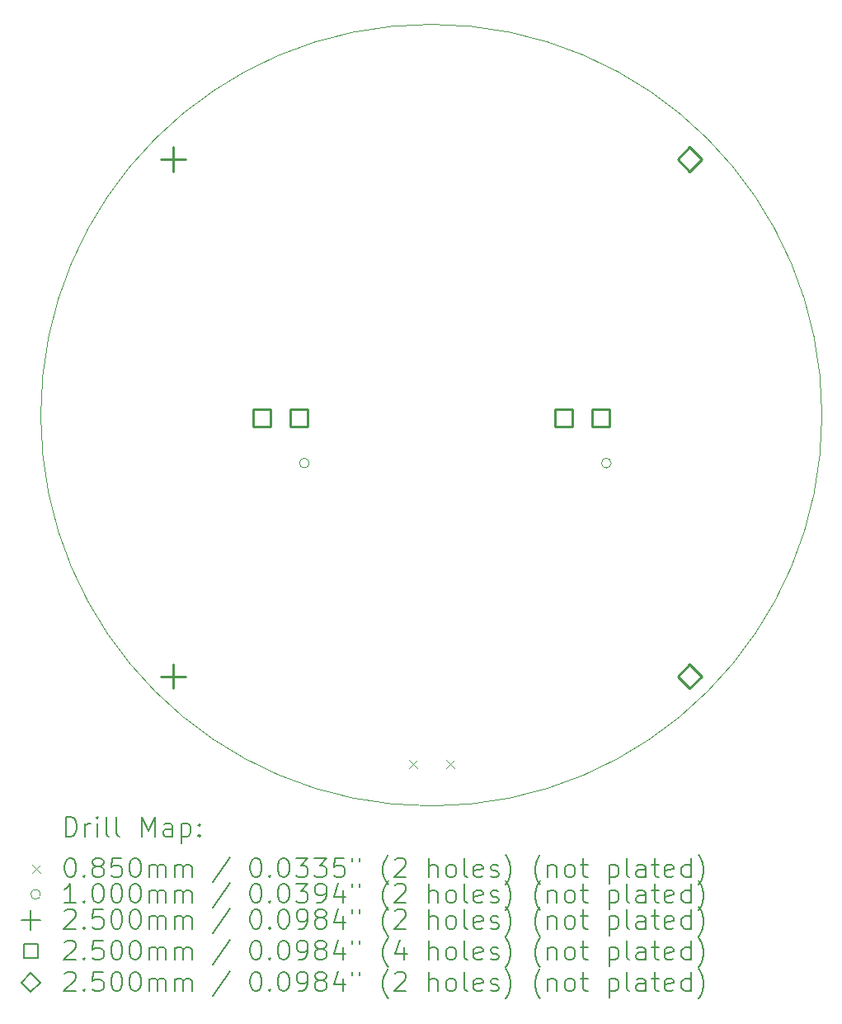
<source format=gbr>
%FSLAX45Y45*%
G04 Gerber Fmt 4.5, Leading zero omitted, Abs format (unit mm)*
G04 Created by KiCad (PCBNEW (6.0.4-0)) date 2022-11-18 23:15:29*
%MOMM*%
%LPD*%
G01*
G04 APERTURE LIST*
%TA.AperFunction,Profile*%
%ADD10C,0.050000*%
%TD*%
%ADD11C,0.200000*%
%ADD12C,0.085000*%
%ADD13C,0.100000*%
%ADD14C,0.249999*%
%ADD15C,0.250000*%
G04 APERTURE END LIST*
D10*
X18858840Y-10473080D02*
G75*
G03*
X18858840Y-10473080I-4010000J0D01*
G01*
D11*
D12*
X14617610Y-14012860D02*
X14702610Y-14097860D01*
X14702610Y-14012860D02*
X14617610Y-14097860D01*
X14997610Y-14012860D02*
X15082610Y-14097860D01*
X15082610Y-14012860D02*
X14997610Y-14097860D01*
D13*
X13595110Y-10965360D02*
G75*
G03*
X13595110Y-10965360I-50000J0D01*
G01*
X16695110Y-10965360D02*
G75*
G03*
X16695110Y-10965360I-50000J0D01*
G01*
D14*
X12198460Y-7723710D02*
X12198460Y-7973709D01*
X12073460Y-7848710D02*
X12323459Y-7848710D01*
X12198460Y-13027011D02*
X12198460Y-13277010D01*
X12073460Y-13152010D02*
X12323459Y-13152010D01*
D15*
X13198499Y-10588749D02*
X13198499Y-10411971D01*
X13021721Y-10411971D01*
X13021721Y-10588749D01*
X13198499Y-10588749D01*
X13578499Y-10588749D02*
X13578499Y-10411971D01*
X13401721Y-10411971D01*
X13401721Y-10588749D01*
X13578499Y-10588749D01*
X16298499Y-10588749D02*
X16298499Y-10411971D01*
X16121721Y-10411971D01*
X16121721Y-10588749D01*
X16298499Y-10588749D01*
X16678499Y-10588749D02*
X16678499Y-10411971D01*
X16501721Y-10411971D01*
X16501721Y-10588749D01*
X16678499Y-10588749D01*
X17501760Y-7973710D02*
X17626761Y-7848710D01*
X17501760Y-7723709D01*
X17376760Y-7848710D01*
X17501760Y-7973710D01*
X17501760Y-13277011D02*
X17626761Y-13152010D01*
X17501760Y-13027010D01*
X17376760Y-13152010D01*
X17501760Y-13277011D01*
D11*
X11093959Y-14796056D02*
X11093959Y-14596056D01*
X11141578Y-14596056D01*
X11170150Y-14605580D01*
X11189197Y-14624628D01*
X11198721Y-14643675D01*
X11208245Y-14681770D01*
X11208245Y-14710342D01*
X11198721Y-14748437D01*
X11189197Y-14767485D01*
X11170150Y-14786532D01*
X11141578Y-14796056D01*
X11093959Y-14796056D01*
X11293959Y-14796056D02*
X11293959Y-14662723D01*
X11293959Y-14700818D02*
X11303483Y-14681770D01*
X11313007Y-14672247D01*
X11332054Y-14662723D01*
X11351102Y-14662723D01*
X11417768Y-14796056D02*
X11417768Y-14662723D01*
X11417768Y-14596056D02*
X11408245Y-14605580D01*
X11417768Y-14615104D01*
X11427292Y-14605580D01*
X11417768Y-14596056D01*
X11417768Y-14615104D01*
X11541578Y-14796056D02*
X11522530Y-14786532D01*
X11513007Y-14767485D01*
X11513007Y-14596056D01*
X11646340Y-14796056D02*
X11627292Y-14786532D01*
X11617768Y-14767485D01*
X11617768Y-14596056D01*
X11874911Y-14796056D02*
X11874911Y-14596056D01*
X11941578Y-14738913D01*
X12008245Y-14596056D01*
X12008245Y-14796056D01*
X12189197Y-14796056D02*
X12189197Y-14691294D01*
X12179673Y-14672247D01*
X12160626Y-14662723D01*
X12122530Y-14662723D01*
X12103483Y-14672247D01*
X12189197Y-14786532D02*
X12170149Y-14796056D01*
X12122530Y-14796056D01*
X12103483Y-14786532D01*
X12093959Y-14767485D01*
X12093959Y-14748437D01*
X12103483Y-14729389D01*
X12122530Y-14719866D01*
X12170149Y-14719866D01*
X12189197Y-14710342D01*
X12284435Y-14662723D02*
X12284435Y-14862723D01*
X12284435Y-14672247D02*
X12303483Y-14662723D01*
X12341578Y-14662723D01*
X12360626Y-14672247D01*
X12370149Y-14681770D01*
X12379673Y-14700818D01*
X12379673Y-14757961D01*
X12370149Y-14777008D01*
X12360626Y-14786532D01*
X12341578Y-14796056D01*
X12303483Y-14796056D01*
X12284435Y-14786532D01*
X12465388Y-14777008D02*
X12474911Y-14786532D01*
X12465388Y-14796056D01*
X12455864Y-14786532D01*
X12465388Y-14777008D01*
X12465388Y-14796056D01*
X12465388Y-14672247D02*
X12474911Y-14681770D01*
X12465388Y-14691294D01*
X12455864Y-14681770D01*
X12465388Y-14672247D01*
X12465388Y-14691294D01*
D12*
X10751340Y-15083080D02*
X10836340Y-15168080D01*
X10836340Y-15083080D02*
X10751340Y-15168080D01*
D11*
X11132054Y-15016056D02*
X11151102Y-15016056D01*
X11170150Y-15025580D01*
X11179673Y-15035104D01*
X11189197Y-15054151D01*
X11198721Y-15092247D01*
X11198721Y-15139866D01*
X11189197Y-15177961D01*
X11179673Y-15197008D01*
X11170150Y-15206532D01*
X11151102Y-15216056D01*
X11132054Y-15216056D01*
X11113007Y-15206532D01*
X11103483Y-15197008D01*
X11093959Y-15177961D01*
X11084435Y-15139866D01*
X11084435Y-15092247D01*
X11093959Y-15054151D01*
X11103483Y-15035104D01*
X11113007Y-15025580D01*
X11132054Y-15016056D01*
X11284435Y-15197008D02*
X11293959Y-15206532D01*
X11284435Y-15216056D01*
X11274911Y-15206532D01*
X11284435Y-15197008D01*
X11284435Y-15216056D01*
X11408245Y-15101770D02*
X11389197Y-15092247D01*
X11379673Y-15082723D01*
X11370149Y-15063675D01*
X11370149Y-15054151D01*
X11379673Y-15035104D01*
X11389197Y-15025580D01*
X11408245Y-15016056D01*
X11446340Y-15016056D01*
X11465388Y-15025580D01*
X11474911Y-15035104D01*
X11484435Y-15054151D01*
X11484435Y-15063675D01*
X11474911Y-15082723D01*
X11465388Y-15092247D01*
X11446340Y-15101770D01*
X11408245Y-15101770D01*
X11389197Y-15111294D01*
X11379673Y-15120818D01*
X11370149Y-15139866D01*
X11370149Y-15177961D01*
X11379673Y-15197008D01*
X11389197Y-15206532D01*
X11408245Y-15216056D01*
X11446340Y-15216056D01*
X11465388Y-15206532D01*
X11474911Y-15197008D01*
X11484435Y-15177961D01*
X11484435Y-15139866D01*
X11474911Y-15120818D01*
X11465388Y-15111294D01*
X11446340Y-15101770D01*
X11665388Y-15016056D02*
X11570149Y-15016056D01*
X11560626Y-15111294D01*
X11570149Y-15101770D01*
X11589197Y-15092247D01*
X11636816Y-15092247D01*
X11655864Y-15101770D01*
X11665388Y-15111294D01*
X11674911Y-15130342D01*
X11674911Y-15177961D01*
X11665388Y-15197008D01*
X11655864Y-15206532D01*
X11636816Y-15216056D01*
X11589197Y-15216056D01*
X11570149Y-15206532D01*
X11560626Y-15197008D01*
X11798721Y-15016056D02*
X11817768Y-15016056D01*
X11836816Y-15025580D01*
X11846340Y-15035104D01*
X11855864Y-15054151D01*
X11865388Y-15092247D01*
X11865388Y-15139866D01*
X11855864Y-15177961D01*
X11846340Y-15197008D01*
X11836816Y-15206532D01*
X11817768Y-15216056D01*
X11798721Y-15216056D01*
X11779673Y-15206532D01*
X11770149Y-15197008D01*
X11760626Y-15177961D01*
X11751102Y-15139866D01*
X11751102Y-15092247D01*
X11760626Y-15054151D01*
X11770149Y-15035104D01*
X11779673Y-15025580D01*
X11798721Y-15016056D01*
X11951102Y-15216056D02*
X11951102Y-15082723D01*
X11951102Y-15101770D02*
X11960626Y-15092247D01*
X11979673Y-15082723D01*
X12008245Y-15082723D01*
X12027292Y-15092247D01*
X12036816Y-15111294D01*
X12036816Y-15216056D01*
X12036816Y-15111294D02*
X12046340Y-15092247D01*
X12065388Y-15082723D01*
X12093959Y-15082723D01*
X12113007Y-15092247D01*
X12122530Y-15111294D01*
X12122530Y-15216056D01*
X12217768Y-15216056D02*
X12217768Y-15082723D01*
X12217768Y-15101770D02*
X12227292Y-15092247D01*
X12246340Y-15082723D01*
X12274911Y-15082723D01*
X12293959Y-15092247D01*
X12303483Y-15111294D01*
X12303483Y-15216056D01*
X12303483Y-15111294D02*
X12313007Y-15092247D01*
X12332054Y-15082723D01*
X12360626Y-15082723D01*
X12379673Y-15092247D01*
X12389197Y-15111294D01*
X12389197Y-15216056D01*
X12779673Y-15006532D02*
X12608245Y-15263675D01*
X13036816Y-15016056D02*
X13055864Y-15016056D01*
X13074911Y-15025580D01*
X13084435Y-15035104D01*
X13093959Y-15054151D01*
X13103483Y-15092247D01*
X13103483Y-15139866D01*
X13093959Y-15177961D01*
X13084435Y-15197008D01*
X13074911Y-15206532D01*
X13055864Y-15216056D01*
X13036816Y-15216056D01*
X13017768Y-15206532D01*
X13008245Y-15197008D01*
X12998721Y-15177961D01*
X12989197Y-15139866D01*
X12989197Y-15092247D01*
X12998721Y-15054151D01*
X13008245Y-15035104D01*
X13017768Y-15025580D01*
X13036816Y-15016056D01*
X13189197Y-15197008D02*
X13198721Y-15206532D01*
X13189197Y-15216056D01*
X13179673Y-15206532D01*
X13189197Y-15197008D01*
X13189197Y-15216056D01*
X13322530Y-15016056D02*
X13341578Y-15016056D01*
X13360626Y-15025580D01*
X13370149Y-15035104D01*
X13379673Y-15054151D01*
X13389197Y-15092247D01*
X13389197Y-15139866D01*
X13379673Y-15177961D01*
X13370149Y-15197008D01*
X13360626Y-15206532D01*
X13341578Y-15216056D01*
X13322530Y-15216056D01*
X13303483Y-15206532D01*
X13293959Y-15197008D01*
X13284435Y-15177961D01*
X13274911Y-15139866D01*
X13274911Y-15092247D01*
X13284435Y-15054151D01*
X13293959Y-15035104D01*
X13303483Y-15025580D01*
X13322530Y-15016056D01*
X13455864Y-15016056D02*
X13579673Y-15016056D01*
X13513007Y-15092247D01*
X13541578Y-15092247D01*
X13560626Y-15101770D01*
X13570149Y-15111294D01*
X13579673Y-15130342D01*
X13579673Y-15177961D01*
X13570149Y-15197008D01*
X13560626Y-15206532D01*
X13541578Y-15216056D01*
X13484435Y-15216056D01*
X13465388Y-15206532D01*
X13455864Y-15197008D01*
X13646340Y-15016056D02*
X13770149Y-15016056D01*
X13703483Y-15092247D01*
X13732054Y-15092247D01*
X13751102Y-15101770D01*
X13760626Y-15111294D01*
X13770149Y-15130342D01*
X13770149Y-15177961D01*
X13760626Y-15197008D01*
X13751102Y-15206532D01*
X13732054Y-15216056D01*
X13674911Y-15216056D01*
X13655864Y-15206532D01*
X13646340Y-15197008D01*
X13951102Y-15016056D02*
X13855864Y-15016056D01*
X13846340Y-15111294D01*
X13855864Y-15101770D01*
X13874911Y-15092247D01*
X13922530Y-15092247D01*
X13941578Y-15101770D01*
X13951102Y-15111294D01*
X13960626Y-15130342D01*
X13960626Y-15177961D01*
X13951102Y-15197008D01*
X13941578Y-15206532D01*
X13922530Y-15216056D01*
X13874911Y-15216056D01*
X13855864Y-15206532D01*
X13846340Y-15197008D01*
X14036816Y-15016056D02*
X14036816Y-15054151D01*
X14113007Y-15016056D02*
X14113007Y-15054151D01*
X14408245Y-15292247D02*
X14398721Y-15282723D01*
X14379673Y-15254151D01*
X14370149Y-15235104D01*
X14360626Y-15206532D01*
X14351102Y-15158913D01*
X14351102Y-15120818D01*
X14360626Y-15073199D01*
X14370149Y-15044628D01*
X14379673Y-15025580D01*
X14398721Y-14997008D01*
X14408245Y-14987485D01*
X14474911Y-15035104D02*
X14484435Y-15025580D01*
X14503483Y-15016056D01*
X14551102Y-15016056D01*
X14570149Y-15025580D01*
X14579673Y-15035104D01*
X14589197Y-15054151D01*
X14589197Y-15073199D01*
X14579673Y-15101770D01*
X14465388Y-15216056D01*
X14589197Y-15216056D01*
X14827292Y-15216056D02*
X14827292Y-15016056D01*
X14913007Y-15216056D02*
X14913007Y-15111294D01*
X14903483Y-15092247D01*
X14884435Y-15082723D01*
X14855864Y-15082723D01*
X14836816Y-15092247D01*
X14827292Y-15101770D01*
X15036816Y-15216056D02*
X15017768Y-15206532D01*
X15008245Y-15197008D01*
X14998721Y-15177961D01*
X14998721Y-15120818D01*
X15008245Y-15101770D01*
X15017768Y-15092247D01*
X15036816Y-15082723D01*
X15065388Y-15082723D01*
X15084435Y-15092247D01*
X15093959Y-15101770D01*
X15103483Y-15120818D01*
X15103483Y-15177961D01*
X15093959Y-15197008D01*
X15084435Y-15206532D01*
X15065388Y-15216056D01*
X15036816Y-15216056D01*
X15217768Y-15216056D02*
X15198721Y-15206532D01*
X15189197Y-15187485D01*
X15189197Y-15016056D01*
X15370149Y-15206532D02*
X15351102Y-15216056D01*
X15313007Y-15216056D01*
X15293959Y-15206532D01*
X15284435Y-15187485D01*
X15284435Y-15111294D01*
X15293959Y-15092247D01*
X15313007Y-15082723D01*
X15351102Y-15082723D01*
X15370149Y-15092247D01*
X15379673Y-15111294D01*
X15379673Y-15130342D01*
X15284435Y-15149389D01*
X15455864Y-15206532D02*
X15474911Y-15216056D01*
X15513007Y-15216056D01*
X15532054Y-15206532D01*
X15541578Y-15187485D01*
X15541578Y-15177961D01*
X15532054Y-15158913D01*
X15513007Y-15149389D01*
X15484435Y-15149389D01*
X15465388Y-15139866D01*
X15455864Y-15120818D01*
X15455864Y-15111294D01*
X15465388Y-15092247D01*
X15484435Y-15082723D01*
X15513007Y-15082723D01*
X15532054Y-15092247D01*
X15608245Y-15292247D02*
X15617768Y-15282723D01*
X15636816Y-15254151D01*
X15646340Y-15235104D01*
X15655864Y-15206532D01*
X15665388Y-15158913D01*
X15665388Y-15120818D01*
X15655864Y-15073199D01*
X15646340Y-15044628D01*
X15636816Y-15025580D01*
X15617768Y-14997008D01*
X15608245Y-14987485D01*
X15970149Y-15292247D02*
X15960626Y-15282723D01*
X15941578Y-15254151D01*
X15932054Y-15235104D01*
X15922530Y-15206532D01*
X15913007Y-15158913D01*
X15913007Y-15120818D01*
X15922530Y-15073199D01*
X15932054Y-15044628D01*
X15941578Y-15025580D01*
X15960626Y-14997008D01*
X15970149Y-14987485D01*
X16046340Y-15082723D02*
X16046340Y-15216056D01*
X16046340Y-15101770D02*
X16055864Y-15092247D01*
X16074911Y-15082723D01*
X16103483Y-15082723D01*
X16122530Y-15092247D01*
X16132054Y-15111294D01*
X16132054Y-15216056D01*
X16255864Y-15216056D02*
X16236816Y-15206532D01*
X16227292Y-15197008D01*
X16217768Y-15177961D01*
X16217768Y-15120818D01*
X16227292Y-15101770D01*
X16236816Y-15092247D01*
X16255864Y-15082723D01*
X16284435Y-15082723D01*
X16303483Y-15092247D01*
X16313007Y-15101770D01*
X16322530Y-15120818D01*
X16322530Y-15177961D01*
X16313007Y-15197008D01*
X16303483Y-15206532D01*
X16284435Y-15216056D01*
X16255864Y-15216056D01*
X16379673Y-15082723D02*
X16455864Y-15082723D01*
X16408245Y-15016056D02*
X16408245Y-15187485D01*
X16417768Y-15206532D01*
X16436816Y-15216056D01*
X16455864Y-15216056D01*
X16674911Y-15082723D02*
X16674911Y-15282723D01*
X16674911Y-15092247D02*
X16693959Y-15082723D01*
X16732054Y-15082723D01*
X16751102Y-15092247D01*
X16760626Y-15101770D01*
X16770149Y-15120818D01*
X16770149Y-15177961D01*
X16760626Y-15197008D01*
X16751102Y-15206532D01*
X16732054Y-15216056D01*
X16693959Y-15216056D01*
X16674911Y-15206532D01*
X16884435Y-15216056D02*
X16865388Y-15206532D01*
X16855864Y-15187485D01*
X16855864Y-15016056D01*
X17046340Y-15216056D02*
X17046340Y-15111294D01*
X17036816Y-15092247D01*
X17017769Y-15082723D01*
X16979673Y-15082723D01*
X16960626Y-15092247D01*
X17046340Y-15206532D02*
X17027292Y-15216056D01*
X16979673Y-15216056D01*
X16960626Y-15206532D01*
X16951102Y-15187485D01*
X16951102Y-15168437D01*
X16960626Y-15149389D01*
X16979673Y-15139866D01*
X17027292Y-15139866D01*
X17046340Y-15130342D01*
X17113007Y-15082723D02*
X17189197Y-15082723D01*
X17141578Y-15016056D02*
X17141578Y-15187485D01*
X17151102Y-15206532D01*
X17170150Y-15216056D01*
X17189197Y-15216056D01*
X17332054Y-15206532D02*
X17313007Y-15216056D01*
X17274911Y-15216056D01*
X17255864Y-15206532D01*
X17246340Y-15187485D01*
X17246340Y-15111294D01*
X17255864Y-15092247D01*
X17274911Y-15082723D01*
X17313007Y-15082723D01*
X17332054Y-15092247D01*
X17341578Y-15111294D01*
X17341578Y-15130342D01*
X17246340Y-15149389D01*
X17513007Y-15216056D02*
X17513007Y-15016056D01*
X17513007Y-15206532D02*
X17493959Y-15216056D01*
X17455864Y-15216056D01*
X17436816Y-15206532D01*
X17427292Y-15197008D01*
X17417769Y-15177961D01*
X17417769Y-15120818D01*
X17427292Y-15101770D01*
X17436816Y-15092247D01*
X17455864Y-15082723D01*
X17493959Y-15082723D01*
X17513007Y-15092247D01*
X17589197Y-15292247D02*
X17598721Y-15282723D01*
X17617769Y-15254151D01*
X17627292Y-15235104D01*
X17636816Y-15206532D01*
X17646340Y-15158913D01*
X17646340Y-15120818D01*
X17636816Y-15073199D01*
X17627292Y-15044628D01*
X17617769Y-15025580D01*
X17598721Y-14997008D01*
X17589197Y-14987485D01*
D13*
X10836340Y-15389580D02*
G75*
G03*
X10836340Y-15389580I-50000J0D01*
G01*
D11*
X11198721Y-15480056D02*
X11084435Y-15480056D01*
X11141578Y-15480056D02*
X11141578Y-15280056D01*
X11122530Y-15308628D01*
X11103483Y-15327675D01*
X11084435Y-15337199D01*
X11284435Y-15461008D02*
X11293959Y-15470532D01*
X11284435Y-15480056D01*
X11274911Y-15470532D01*
X11284435Y-15461008D01*
X11284435Y-15480056D01*
X11417768Y-15280056D02*
X11436816Y-15280056D01*
X11455864Y-15289580D01*
X11465388Y-15299104D01*
X11474911Y-15318151D01*
X11484435Y-15356247D01*
X11484435Y-15403866D01*
X11474911Y-15441961D01*
X11465388Y-15461008D01*
X11455864Y-15470532D01*
X11436816Y-15480056D01*
X11417768Y-15480056D01*
X11398721Y-15470532D01*
X11389197Y-15461008D01*
X11379673Y-15441961D01*
X11370149Y-15403866D01*
X11370149Y-15356247D01*
X11379673Y-15318151D01*
X11389197Y-15299104D01*
X11398721Y-15289580D01*
X11417768Y-15280056D01*
X11608245Y-15280056D02*
X11627292Y-15280056D01*
X11646340Y-15289580D01*
X11655864Y-15299104D01*
X11665388Y-15318151D01*
X11674911Y-15356247D01*
X11674911Y-15403866D01*
X11665388Y-15441961D01*
X11655864Y-15461008D01*
X11646340Y-15470532D01*
X11627292Y-15480056D01*
X11608245Y-15480056D01*
X11589197Y-15470532D01*
X11579673Y-15461008D01*
X11570149Y-15441961D01*
X11560626Y-15403866D01*
X11560626Y-15356247D01*
X11570149Y-15318151D01*
X11579673Y-15299104D01*
X11589197Y-15289580D01*
X11608245Y-15280056D01*
X11798721Y-15280056D02*
X11817768Y-15280056D01*
X11836816Y-15289580D01*
X11846340Y-15299104D01*
X11855864Y-15318151D01*
X11865388Y-15356247D01*
X11865388Y-15403866D01*
X11855864Y-15441961D01*
X11846340Y-15461008D01*
X11836816Y-15470532D01*
X11817768Y-15480056D01*
X11798721Y-15480056D01*
X11779673Y-15470532D01*
X11770149Y-15461008D01*
X11760626Y-15441961D01*
X11751102Y-15403866D01*
X11751102Y-15356247D01*
X11760626Y-15318151D01*
X11770149Y-15299104D01*
X11779673Y-15289580D01*
X11798721Y-15280056D01*
X11951102Y-15480056D02*
X11951102Y-15346723D01*
X11951102Y-15365770D02*
X11960626Y-15356247D01*
X11979673Y-15346723D01*
X12008245Y-15346723D01*
X12027292Y-15356247D01*
X12036816Y-15375294D01*
X12036816Y-15480056D01*
X12036816Y-15375294D02*
X12046340Y-15356247D01*
X12065388Y-15346723D01*
X12093959Y-15346723D01*
X12113007Y-15356247D01*
X12122530Y-15375294D01*
X12122530Y-15480056D01*
X12217768Y-15480056D02*
X12217768Y-15346723D01*
X12217768Y-15365770D02*
X12227292Y-15356247D01*
X12246340Y-15346723D01*
X12274911Y-15346723D01*
X12293959Y-15356247D01*
X12303483Y-15375294D01*
X12303483Y-15480056D01*
X12303483Y-15375294D02*
X12313007Y-15356247D01*
X12332054Y-15346723D01*
X12360626Y-15346723D01*
X12379673Y-15356247D01*
X12389197Y-15375294D01*
X12389197Y-15480056D01*
X12779673Y-15270532D02*
X12608245Y-15527675D01*
X13036816Y-15280056D02*
X13055864Y-15280056D01*
X13074911Y-15289580D01*
X13084435Y-15299104D01*
X13093959Y-15318151D01*
X13103483Y-15356247D01*
X13103483Y-15403866D01*
X13093959Y-15441961D01*
X13084435Y-15461008D01*
X13074911Y-15470532D01*
X13055864Y-15480056D01*
X13036816Y-15480056D01*
X13017768Y-15470532D01*
X13008245Y-15461008D01*
X12998721Y-15441961D01*
X12989197Y-15403866D01*
X12989197Y-15356247D01*
X12998721Y-15318151D01*
X13008245Y-15299104D01*
X13017768Y-15289580D01*
X13036816Y-15280056D01*
X13189197Y-15461008D02*
X13198721Y-15470532D01*
X13189197Y-15480056D01*
X13179673Y-15470532D01*
X13189197Y-15461008D01*
X13189197Y-15480056D01*
X13322530Y-15280056D02*
X13341578Y-15280056D01*
X13360626Y-15289580D01*
X13370149Y-15299104D01*
X13379673Y-15318151D01*
X13389197Y-15356247D01*
X13389197Y-15403866D01*
X13379673Y-15441961D01*
X13370149Y-15461008D01*
X13360626Y-15470532D01*
X13341578Y-15480056D01*
X13322530Y-15480056D01*
X13303483Y-15470532D01*
X13293959Y-15461008D01*
X13284435Y-15441961D01*
X13274911Y-15403866D01*
X13274911Y-15356247D01*
X13284435Y-15318151D01*
X13293959Y-15299104D01*
X13303483Y-15289580D01*
X13322530Y-15280056D01*
X13455864Y-15280056D02*
X13579673Y-15280056D01*
X13513007Y-15356247D01*
X13541578Y-15356247D01*
X13560626Y-15365770D01*
X13570149Y-15375294D01*
X13579673Y-15394342D01*
X13579673Y-15441961D01*
X13570149Y-15461008D01*
X13560626Y-15470532D01*
X13541578Y-15480056D01*
X13484435Y-15480056D01*
X13465388Y-15470532D01*
X13455864Y-15461008D01*
X13674911Y-15480056D02*
X13713007Y-15480056D01*
X13732054Y-15470532D01*
X13741578Y-15461008D01*
X13760626Y-15432437D01*
X13770149Y-15394342D01*
X13770149Y-15318151D01*
X13760626Y-15299104D01*
X13751102Y-15289580D01*
X13732054Y-15280056D01*
X13693959Y-15280056D01*
X13674911Y-15289580D01*
X13665388Y-15299104D01*
X13655864Y-15318151D01*
X13655864Y-15365770D01*
X13665388Y-15384818D01*
X13674911Y-15394342D01*
X13693959Y-15403866D01*
X13732054Y-15403866D01*
X13751102Y-15394342D01*
X13760626Y-15384818D01*
X13770149Y-15365770D01*
X13941578Y-15346723D02*
X13941578Y-15480056D01*
X13893959Y-15270532D02*
X13846340Y-15413389D01*
X13970149Y-15413389D01*
X14036816Y-15280056D02*
X14036816Y-15318151D01*
X14113007Y-15280056D02*
X14113007Y-15318151D01*
X14408245Y-15556247D02*
X14398721Y-15546723D01*
X14379673Y-15518151D01*
X14370149Y-15499104D01*
X14360626Y-15470532D01*
X14351102Y-15422913D01*
X14351102Y-15384818D01*
X14360626Y-15337199D01*
X14370149Y-15308628D01*
X14379673Y-15289580D01*
X14398721Y-15261008D01*
X14408245Y-15251485D01*
X14474911Y-15299104D02*
X14484435Y-15289580D01*
X14503483Y-15280056D01*
X14551102Y-15280056D01*
X14570149Y-15289580D01*
X14579673Y-15299104D01*
X14589197Y-15318151D01*
X14589197Y-15337199D01*
X14579673Y-15365770D01*
X14465388Y-15480056D01*
X14589197Y-15480056D01*
X14827292Y-15480056D02*
X14827292Y-15280056D01*
X14913007Y-15480056D02*
X14913007Y-15375294D01*
X14903483Y-15356247D01*
X14884435Y-15346723D01*
X14855864Y-15346723D01*
X14836816Y-15356247D01*
X14827292Y-15365770D01*
X15036816Y-15480056D02*
X15017768Y-15470532D01*
X15008245Y-15461008D01*
X14998721Y-15441961D01*
X14998721Y-15384818D01*
X15008245Y-15365770D01*
X15017768Y-15356247D01*
X15036816Y-15346723D01*
X15065388Y-15346723D01*
X15084435Y-15356247D01*
X15093959Y-15365770D01*
X15103483Y-15384818D01*
X15103483Y-15441961D01*
X15093959Y-15461008D01*
X15084435Y-15470532D01*
X15065388Y-15480056D01*
X15036816Y-15480056D01*
X15217768Y-15480056D02*
X15198721Y-15470532D01*
X15189197Y-15451485D01*
X15189197Y-15280056D01*
X15370149Y-15470532D02*
X15351102Y-15480056D01*
X15313007Y-15480056D01*
X15293959Y-15470532D01*
X15284435Y-15451485D01*
X15284435Y-15375294D01*
X15293959Y-15356247D01*
X15313007Y-15346723D01*
X15351102Y-15346723D01*
X15370149Y-15356247D01*
X15379673Y-15375294D01*
X15379673Y-15394342D01*
X15284435Y-15413389D01*
X15455864Y-15470532D02*
X15474911Y-15480056D01*
X15513007Y-15480056D01*
X15532054Y-15470532D01*
X15541578Y-15451485D01*
X15541578Y-15441961D01*
X15532054Y-15422913D01*
X15513007Y-15413389D01*
X15484435Y-15413389D01*
X15465388Y-15403866D01*
X15455864Y-15384818D01*
X15455864Y-15375294D01*
X15465388Y-15356247D01*
X15484435Y-15346723D01*
X15513007Y-15346723D01*
X15532054Y-15356247D01*
X15608245Y-15556247D02*
X15617768Y-15546723D01*
X15636816Y-15518151D01*
X15646340Y-15499104D01*
X15655864Y-15470532D01*
X15665388Y-15422913D01*
X15665388Y-15384818D01*
X15655864Y-15337199D01*
X15646340Y-15308628D01*
X15636816Y-15289580D01*
X15617768Y-15261008D01*
X15608245Y-15251485D01*
X15970149Y-15556247D02*
X15960626Y-15546723D01*
X15941578Y-15518151D01*
X15932054Y-15499104D01*
X15922530Y-15470532D01*
X15913007Y-15422913D01*
X15913007Y-15384818D01*
X15922530Y-15337199D01*
X15932054Y-15308628D01*
X15941578Y-15289580D01*
X15960626Y-15261008D01*
X15970149Y-15251485D01*
X16046340Y-15346723D02*
X16046340Y-15480056D01*
X16046340Y-15365770D02*
X16055864Y-15356247D01*
X16074911Y-15346723D01*
X16103483Y-15346723D01*
X16122530Y-15356247D01*
X16132054Y-15375294D01*
X16132054Y-15480056D01*
X16255864Y-15480056D02*
X16236816Y-15470532D01*
X16227292Y-15461008D01*
X16217768Y-15441961D01*
X16217768Y-15384818D01*
X16227292Y-15365770D01*
X16236816Y-15356247D01*
X16255864Y-15346723D01*
X16284435Y-15346723D01*
X16303483Y-15356247D01*
X16313007Y-15365770D01*
X16322530Y-15384818D01*
X16322530Y-15441961D01*
X16313007Y-15461008D01*
X16303483Y-15470532D01*
X16284435Y-15480056D01*
X16255864Y-15480056D01*
X16379673Y-15346723D02*
X16455864Y-15346723D01*
X16408245Y-15280056D02*
X16408245Y-15451485D01*
X16417768Y-15470532D01*
X16436816Y-15480056D01*
X16455864Y-15480056D01*
X16674911Y-15346723D02*
X16674911Y-15546723D01*
X16674911Y-15356247D02*
X16693959Y-15346723D01*
X16732054Y-15346723D01*
X16751102Y-15356247D01*
X16760626Y-15365770D01*
X16770149Y-15384818D01*
X16770149Y-15441961D01*
X16760626Y-15461008D01*
X16751102Y-15470532D01*
X16732054Y-15480056D01*
X16693959Y-15480056D01*
X16674911Y-15470532D01*
X16884435Y-15480056D02*
X16865388Y-15470532D01*
X16855864Y-15451485D01*
X16855864Y-15280056D01*
X17046340Y-15480056D02*
X17046340Y-15375294D01*
X17036816Y-15356247D01*
X17017769Y-15346723D01*
X16979673Y-15346723D01*
X16960626Y-15356247D01*
X17046340Y-15470532D02*
X17027292Y-15480056D01*
X16979673Y-15480056D01*
X16960626Y-15470532D01*
X16951102Y-15451485D01*
X16951102Y-15432437D01*
X16960626Y-15413389D01*
X16979673Y-15403866D01*
X17027292Y-15403866D01*
X17046340Y-15394342D01*
X17113007Y-15346723D02*
X17189197Y-15346723D01*
X17141578Y-15280056D02*
X17141578Y-15451485D01*
X17151102Y-15470532D01*
X17170150Y-15480056D01*
X17189197Y-15480056D01*
X17332054Y-15470532D02*
X17313007Y-15480056D01*
X17274911Y-15480056D01*
X17255864Y-15470532D01*
X17246340Y-15451485D01*
X17246340Y-15375294D01*
X17255864Y-15356247D01*
X17274911Y-15346723D01*
X17313007Y-15346723D01*
X17332054Y-15356247D01*
X17341578Y-15375294D01*
X17341578Y-15394342D01*
X17246340Y-15413389D01*
X17513007Y-15480056D02*
X17513007Y-15280056D01*
X17513007Y-15470532D02*
X17493959Y-15480056D01*
X17455864Y-15480056D01*
X17436816Y-15470532D01*
X17427292Y-15461008D01*
X17417769Y-15441961D01*
X17417769Y-15384818D01*
X17427292Y-15365770D01*
X17436816Y-15356247D01*
X17455864Y-15346723D01*
X17493959Y-15346723D01*
X17513007Y-15356247D01*
X17589197Y-15556247D02*
X17598721Y-15546723D01*
X17617769Y-15518151D01*
X17627292Y-15499104D01*
X17636816Y-15470532D01*
X17646340Y-15422913D01*
X17646340Y-15384818D01*
X17636816Y-15337199D01*
X17627292Y-15308628D01*
X17617769Y-15289580D01*
X17598721Y-15261008D01*
X17589197Y-15251485D01*
X10736340Y-15553580D02*
X10736340Y-15753580D01*
X10636340Y-15653580D02*
X10836340Y-15653580D01*
X11084435Y-15563104D02*
X11093959Y-15553580D01*
X11113007Y-15544056D01*
X11160626Y-15544056D01*
X11179673Y-15553580D01*
X11189197Y-15563104D01*
X11198721Y-15582151D01*
X11198721Y-15601199D01*
X11189197Y-15629770D01*
X11074911Y-15744056D01*
X11198721Y-15744056D01*
X11284435Y-15725008D02*
X11293959Y-15734532D01*
X11284435Y-15744056D01*
X11274911Y-15734532D01*
X11284435Y-15725008D01*
X11284435Y-15744056D01*
X11474911Y-15544056D02*
X11379673Y-15544056D01*
X11370149Y-15639294D01*
X11379673Y-15629770D01*
X11398721Y-15620247D01*
X11446340Y-15620247D01*
X11465388Y-15629770D01*
X11474911Y-15639294D01*
X11484435Y-15658342D01*
X11484435Y-15705961D01*
X11474911Y-15725008D01*
X11465388Y-15734532D01*
X11446340Y-15744056D01*
X11398721Y-15744056D01*
X11379673Y-15734532D01*
X11370149Y-15725008D01*
X11608245Y-15544056D02*
X11627292Y-15544056D01*
X11646340Y-15553580D01*
X11655864Y-15563104D01*
X11665388Y-15582151D01*
X11674911Y-15620247D01*
X11674911Y-15667866D01*
X11665388Y-15705961D01*
X11655864Y-15725008D01*
X11646340Y-15734532D01*
X11627292Y-15744056D01*
X11608245Y-15744056D01*
X11589197Y-15734532D01*
X11579673Y-15725008D01*
X11570149Y-15705961D01*
X11560626Y-15667866D01*
X11560626Y-15620247D01*
X11570149Y-15582151D01*
X11579673Y-15563104D01*
X11589197Y-15553580D01*
X11608245Y-15544056D01*
X11798721Y-15544056D02*
X11817768Y-15544056D01*
X11836816Y-15553580D01*
X11846340Y-15563104D01*
X11855864Y-15582151D01*
X11865388Y-15620247D01*
X11865388Y-15667866D01*
X11855864Y-15705961D01*
X11846340Y-15725008D01*
X11836816Y-15734532D01*
X11817768Y-15744056D01*
X11798721Y-15744056D01*
X11779673Y-15734532D01*
X11770149Y-15725008D01*
X11760626Y-15705961D01*
X11751102Y-15667866D01*
X11751102Y-15620247D01*
X11760626Y-15582151D01*
X11770149Y-15563104D01*
X11779673Y-15553580D01*
X11798721Y-15544056D01*
X11951102Y-15744056D02*
X11951102Y-15610723D01*
X11951102Y-15629770D02*
X11960626Y-15620247D01*
X11979673Y-15610723D01*
X12008245Y-15610723D01*
X12027292Y-15620247D01*
X12036816Y-15639294D01*
X12036816Y-15744056D01*
X12036816Y-15639294D02*
X12046340Y-15620247D01*
X12065388Y-15610723D01*
X12093959Y-15610723D01*
X12113007Y-15620247D01*
X12122530Y-15639294D01*
X12122530Y-15744056D01*
X12217768Y-15744056D02*
X12217768Y-15610723D01*
X12217768Y-15629770D02*
X12227292Y-15620247D01*
X12246340Y-15610723D01*
X12274911Y-15610723D01*
X12293959Y-15620247D01*
X12303483Y-15639294D01*
X12303483Y-15744056D01*
X12303483Y-15639294D02*
X12313007Y-15620247D01*
X12332054Y-15610723D01*
X12360626Y-15610723D01*
X12379673Y-15620247D01*
X12389197Y-15639294D01*
X12389197Y-15744056D01*
X12779673Y-15534532D02*
X12608245Y-15791675D01*
X13036816Y-15544056D02*
X13055864Y-15544056D01*
X13074911Y-15553580D01*
X13084435Y-15563104D01*
X13093959Y-15582151D01*
X13103483Y-15620247D01*
X13103483Y-15667866D01*
X13093959Y-15705961D01*
X13084435Y-15725008D01*
X13074911Y-15734532D01*
X13055864Y-15744056D01*
X13036816Y-15744056D01*
X13017768Y-15734532D01*
X13008245Y-15725008D01*
X12998721Y-15705961D01*
X12989197Y-15667866D01*
X12989197Y-15620247D01*
X12998721Y-15582151D01*
X13008245Y-15563104D01*
X13017768Y-15553580D01*
X13036816Y-15544056D01*
X13189197Y-15725008D02*
X13198721Y-15734532D01*
X13189197Y-15744056D01*
X13179673Y-15734532D01*
X13189197Y-15725008D01*
X13189197Y-15744056D01*
X13322530Y-15544056D02*
X13341578Y-15544056D01*
X13360626Y-15553580D01*
X13370149Y-15563104D01*
X13379673Y-15582151D01*
X13389197Y-15620247D01*
X13389197Y-15667866D01*
X13379673Y-15705961D01*
X13370149Y-15725008D01*
X13360626Y-15734532D01*
X13341578Y-15744056D01*
X13322530Y-15744056D01*
X13303483Y-15734532D01*
X13293959Y-15725008D01*
X13284435Y-15705961D01*
X13274911Y-15667866D01*
X13274911Y-15620247D01*
X13284435Y-15582151D01*
X13293959Y-15563104D01*
X13303483Y-15553580D01*
X13322530Y-15544056D01*
X13484435Y-15744056D02*
X13522530Y-15744056D01*
X13541578Y-15734532D01*
X13551102Y-15725008D01*
X13570149Y-15696437D01*
X13579673Y-15658342D01*
X13579673Y-15582151D01*
X13570149Y-15563104D01*
X13560626Y-15553580D01*
X13541578Y-15544056D01*
X13503483Y-15544056D01*
X13484435Y-15553580D01*
X13474911Y-15563104D01*
X13465388Y-15582151D01*
X13465388Y-15629770D01*
X13474911Y-15648818D01*
X13484435Y-15658342D01*
X13503483Y-15667866D01*
X13541578Y-15667866D01*
X13560626Y-15658342D01*
X13570149Y-15648818D01*
X13579673Y-15629770D01*
X13693959Y-15629770D02*
X13674911Y-15620247D01*
X13665388Y-15610723D01*
X13655864Y-15591675D01*
X13655864Y-15582151D01*
X13665388Y-15563104D01*
X13674911Y-15553580D01*
X13693959Y-15544056D01*
X13732054Y-15544056D01*
X13751102Y-15553580D01*
X13760626Y-15563104D01*
X13770149Y-15582151D01*
X13770149Y-15591675D01*
X13760626Y-15610723D01*
X13751102Y-15620247D01*
X13732054Y-15629770D01*
X13693959Y-15629770D01*
X13674911Y-15639294D01*
X13665388Y-15648818D01*
X13655864Y-15667866D01*
X13655864Y-15705961D01*
X13665388Y-15725008D01*
X13674911Y-15734532D01*
X13693959Y-15744056D01*
X13732054Y-15744056D01*
X13751102Y-15734532D01*
X13760626Y-15725008D01*
X13770149Y-15705961D01*
X13770149Y-15667866D01*
X13760626Y-15648818D01*
X13751102Y-15639294D01*
X13732054Y-15629770D01*
X13941578Y-15610723D02*
X13941578Y-15744056D01*
X13893959Y-15534532D02*
X13846340Y-15677389D01*
X13970149Y-15677389D01*
X14036816Y-15544056D02*
X14036816Y-15582151D01*
X14113007Y-15544056D02*
X14113007Y-15582151D01*
X14408245Y-15820247D02*
X14398721Y-15810723D01*
X14379673Y-15782151D01*
X14370149Y-15763104D01*
X14360626Y-15734532D01*
X14351102Y-15686913D01*
X14351102Y-15648818D01*
X14360626Y-15601199D01*
X14370149Y-15572628D01*
X14379673Y-15553580D01*
X14398721Y-15525008D01*
X14408245Y-15515485D01*
X14474911Y-15563104D02*
X14484435Y-15553580D01*
X14503483Y-15544056D01*
X14551102Y-15544056D01*
X14570149Y-15553580D01*
X14579673Y-15563104D01*
X14589197Y-15582151D01*
X14589197Y-15601199D01*
X14579673Y-15629770D01*
X14465388Y-15744056D01*
X14589197Y-15744056D01*
X14827292Y-15744056D02*
X14827292Y-15544056D01*
X14913007Y-15744056D02*
X14913007Y-15639294D01*
X14903483Y-15620247D01*
X14884435Y-15610723D01*
X14855864Y-15610723D01*
X14836816Y-15620247D01*
X14827292Y-15629770D01*
X15036816Y-15744056D02*
X15017768Y-15734532D01*
X15008245Y-15725008D01*
X14998721Y-15705961D01*
X14998721Y-15648818D01*
X15008245Y-15629770D01*
X15017768Y-15620247D01*
X15036816Y-15610723D01*
X15065388Y-15610723D01*
X15084435Y-15620247D01*
X15093959Y-15629770D01*
X15103483Y-15648818D01*
X15103483Y-15705961D01*
X15093959Y-15725008D01*
X15084435Y-15734532D01*
X15065388Y-15744056D01*
X15036816Y-15744056D01*
X15217768Y-15744056D02*
X15198721Y-15734532D01*
X15189197Y-15715485D01*
X15189197Y-15544056D01*
X15370149Y-15734532D02*
X15351102Y-15744056D01*
X15313007Y-15744056D01*
X15293959Y-15734532D01*
X15284435Y-15715485D01*
X15284435Y-15639294D01*
X15293959Y-15620247D01*
X15313007Y-15610723D01*
X15351102Y-15610723D01*
X15370149Y-15620247D01*
X15379673Y-15639294D01*
X15379673Y-15658342D01*
X15284435Y-15677389D01*
X15455864Y-15734532D02*
X15474911Y-15744056D01*
X15513007Y-15744056D01*
X15532054Y-15734532D01*
X15541578Y-15715485D01*
X15541578Y-15705961D01*
X15532054Y-15686913D01*
X15513007Y-15677389D01*
X15484435Y-15677389D01*
X15465388Y-15667866D01*
X15455864Y-15648818D01*
X15455864Y-15639294D01*
X15465388Y-15620247D01*
X15484435Y-15610723D01*
X15513007Y-15610723D01*
X15532054Y-15620247D01*
X15608245Y-15820247D02*
X15617768Y-15810723D01*
X15636816Y-15782151D01*
X15646340Y-15763104D01*
X15655864Y-15734532D01*
X15665388Y-15686913D01*
X15665388Y-15648818D01*
X15655864Y-15601199D01*
X15646340Y-15572628D01*
X15636816Y-15553580D01*
X15617768Y-15525008D01*
X15608245Y-15515485D01*
X15970149Y-15820247D02*
X15960626Y-15810723D01*
X15941578Y-15782151D01*
X15932054Y-15763104D01*
X15922530Y-15734532D01*
X15913007Y-15686913D01*
X15913007Y-15648818D01*
X15922530Y-15601199D01*
X15932054Y-15572628D01*
X15941578Y-15553580D01*
X15960626Y-15525008D01*
X15970149Y-15515485D01*
X16046340Y-15610723D02*
X16046340Y-15744056D01*
X16046340Y-15629770D02*
X16055864Y-15620247D01*
X16074911Y-15610723D01*
X16103483Y-15610723D01*
X16122530Y-15620247D01*
X16132054Y-15639294D01*
X16132054Y-15744056D01*
X16255864Y-15744056D02*
X16236816Y-15734532D01*
X16227292Y-15725008D01*
X16217768Y-15705961D01*
X16217768Y-15648818D01*
X16227292Y-15629770D01*
X16236816Y-15620247D01*
X16255864Y-15610723D01*
X16284435Y-15610723D01*
X16303483Y-15620247D01*
X16313007Y-15629770D01*
X16322530Y-15648818D01*
X16322530Y-15705961D01*
X16313007Y-15725008D01*
X16303483Y-15734532D01*
X16284435Y-15744056D01*
X16255864Y-15744056D01*
X16379673Y-15610723D02*
X16455864Y-15610723D01*
X16408245Y-15544056D02*
X16408245Y-15715485D01*
X16417768Y-15734532D01*
X16436816Y-15744056D01*
X16455864Y-15744056D01*
X16674911Y-15610723D02*
X16674911Y-15810723D01*
X16674911Y-15620247D02*
X16693959Y-15610723D01*
X16732054Y-15610723D01*
X16751102Y-15620247D01*
X16760626Y-15629770D01*
X16770149Y-15648818D01*
X16770149Y-15705961D01*
X16760626Y-15725008D01*
X16751102Y-15734532D01*
X16732054Y-15744056D01*
X16693959Y-15744056D01*
X16674911Y-15734532D01*
X16884435Y-15744056D02*
X16865388Y-15734532D01*
X16855864Y-15715485D01*
X16855864Y-15544056D01*
X17046340Y-15744056D02*
X17046340Y-15639294D01*
X17036816Y-15620247D01*
X17017769Y-15610723D01*
X16979673Y-15610723D01*
X16960626Y-15620247D01*
X17046340Y-15734532D02*
X17027292Y-15744056D01*
X16979673Y-15744056D01*
X16960626Y-15734532D01*
X16951102Y-15715485D01*
X16951102Y-15696437D01*
X16960626Y-15677389D01*
X16979673Y-15667866D01*
X17027292Y-15667866D01*
X17046340Y-15658342D01*
X17113007Y-15610723D02*
X17189197Y-15610723D01*
X17141578Y-15544056D02*
X17141578Y-15715485D01*
X17151102Y-15734532D01*
X17170150Y-15744056D01*
X17189197Y-15744056D01*
X17332054Y-15734532D02*
X17313007Y-15744056D01*
X17274911Y-15744056D01*
X17255864Y-15734532D01*
X17246340Y-15715485D01*
X17246340Y-15639294D01*
X17255864Y-15620247D01*
X17274911Y-15610723D01*
X17313007Y-15610723D01*
X17332054Y-15620247D01*
X17341578Y-15639294D01*
X17341578Y-15658342D01*
X17246340Y-15677389D01*
X17513007Y-15744056D02*
X17513007Y-15544056D01*
X17513007Y-15734532D02*
X17493959Y-15744056D01*
X17455864Y-15744056D01*
X17436816Y-15734532D01*
X17427292Y-15725008D01*
X17417769Y-15705961D01*
X17417769Y-15648818D01*
X17427292Y-15629770D01*
X17436816Y-15620247D01*
X17455864Y-15610723D01*
X17493959Y-15610723D01*
X17513007Y-15620247D01*
X17589197Y-15820247D02*
X17598721Y-15810723D01*
X17617769Y-15782151D01*
X17627292Y-15763104D01*
X17636816Y-15734532D01*
X17646340Y-15686913D01*
X17646340Y-15648818D01*
X17636816Y-15601199D01*
X17627292Y-15572628D01*
X17617769Y-15553580D01*
X17598721Y-15525008D01*
X17589197Y-15515485D01*
X10807051Y-16044291D02*
X10807051Y-15902869D01*
X10665629Y-15902869D01*
X10665629Y-16044291D01*
X10807051Y-16044291D01*
X11084435Y-15883104D02*
X11093959Y-15873580D01*
X11113007Y-15864056D01*
X11160626Y-15864056D01*
X11179673Y-15873580D01*
X11189197Y-15883104D01*
X11198721Y-15902151D01*
X11198721Y-15921199D01*
X11189197Y-15949770D01*
X11074911Y-16064056D01*
X11198721Y-16064056D01*
X11284435Y-16045008D02*
X11293959Y-16054532D01*
X11284435Y-16064056D01*
X11274911Y-16054532D01*
X11284435Y-16045008D01*
X11284435Y-16064056D01*
X11474911Y-15864056D02*
X11379673Y-15864056D01*
X11370149Y-15959294D01*
X11379673Y-15949770D01*
X11398721Y-15940247D01*
X11446340Y-15940247D01*
X11465388Y-15949770D01*
X11474911Y-15959294D01*
X11484435Y-15978342D01*
X11484435Y-16025961D01*
X11474911Y-16045008D01*
X11465388Y-16054532D01*
X11446340Y-16064056D01*
X11398721Y-16064056D01*
X11379673Y-16054532D01*
X11370149Y-16045008D01*
X11608245Y-15864056D02*
X11627292Y-15864056D01*
X11646340Y-15873580D01*
X11655864Y-15883104D01*
X11665388Y-15902151D01*
X11674911Y-15940247D01*
X11674911Y-15987866D01*
X11665388Y-16025961D01*
X11655864Y-16045008D01*
X11646340Y-16054532D01*
X11627292Y-16064056D01*
X11608245Y-16064056D01*
X11589197Y-16054532D01*
X11579673Y-16045008D01*
X11570149Y-16025961D01*
X11560626Y-15987866D01*
X11560626Y-15940247D01*
X11570149Y-15902151D01*
X11579673Y-15883104D01*
X11589197Y-15873580D01*
X11608245Y-15864056D01*
X11798721Y-15864056D02*
X11817768Y-15864056D01*
X11836816Y-15873580D01*
X11846340Y-15883104D01*
X11855864Y-15902151D01*
X11865388Y-15940247D01*
X11865388Y-15987866D01*
X11855864Y-16025961D01*
X11846340Y-16045008D01*
X11836816Y-16054532D01*
X11817768Y-16064056D01*
X11798721Y-16064056D01*
X11779673Y-16054532D01*
X11770149Y-16045008D01*
X11760626Y-16025961D01*
X11751102Y-15987866D01*
X11751102Y-15940247D01*
X11760626Y-15902151D01*
X11770149Y-15883104D01*
X11779673Y-15873580D01*
X11798721Y-15864056D01*
X11951102Y-16064056D02*
X11951102Y-15930723D01*
X11951102Y-15949770D02*
X11960626Y-15940247D01*
X11979673Y-15930723D01*
X12008245Y-15930723D01*
X12027292Y-15940247D01*
X12036816Y-15959294D01*
X12036816Y-16064056D01*
X12036816Y-15959294D02*
X12046340Y-15940247D01*
X12065388Y-15930723D01*
X12093959Y-15930723D01*
X12113007Y-15940247D01*
X12122530Y-15959294D01*
X12122530Y-16064056D01*
X12217768Y-16064056D02*
X12217768Y-15930723D01*
X12217768Y-15949770D02*
X12227292Y-15940247D01*
X12246340Y-15930723D01*
X12274911Y-15930723D01*
X12293959Y-15940247D01*
X12303483Y-15959294D01*
X12303483Y-16064056D01*
X12303483Y-15959294D02*
X12313007Y-15940247D01*
X12332054Y-15930723D01*
X12360626Y-15930723D01*
X12379673Y-15940247D01*
X12389197Y-15959294D01*
X12389197Y-16064056D01*
X12779673Y-15854532D02*
X12608245Y-16111675D01*
X13036816Y-15864056D02*
X13055864Y-15864056D01*
X13074911Y-15873580D01*
X13084435Y-15883104D01*
X13093959Y-15902151D01*
X13103483Y-15940247D01*
X13103483Y-15987866D01*
X13093959Y-16025961D01*
X13084435Y-16045008D01*
X13074911Y-16054532D01*
X13055864Y-16064056D01*
X13036816Y-16064056D01*
X13017768Y-16054532D01*
X13008245Y-16045008D01*
X12998721Y-16025961D01*
X12989197Y-15987866D01*
X12989197Y-15940247D01*
X12998721Y-15902151D01*
X13008245Y-15883104D01*
X13017768Y-15873580D01*
X13036816Y-15864056D01*
X13189197Y-16045008D02*
X13198721Y-16054532D01*
X13189197Y-16064056D01*
X13179673Y-16054532D01*
X13189197Y-16045008D01*
X13189197Y-16064056D01*
X13322530Y-15864056D02*
X13341578Y-15864056D01*
X13360626Y-15873580D01*
X13370149Y-15883104D01*
X13379673Y-15902151D01*
X13389197Y-15940247D01*
X13389197Y-15987866D01*
X13379673Y-16025961D01*
X13370149Y-16045008D01*
X13360626Y-16054532D01*
X13341578Y-16064056D01*
X13322530Y-16064056D01*
X13303483Y-16054532D01*
X13293959Y-16045008D01*
X13284435Y-16025961D01*
X13274911Y-15987866D01*
X13274911Y-15940247D01*
X13284435Y-15902151D01*
X13293959Y-15883104D01*
X13303483Y-15873580D01*
X13322530Y-15864056D01*
X13484435Y-16064056D02*
X13522530Y-16064056D01*
X13541578Y-16054532D01*
X13551102Y-16045008D01*
X13570149Y-16016437D01*
X13579673Y-15978342D01*
X13579673Y-15902151D01*
X13570149Y-15883104D01*
X13560626Y-15873580D01*
X13541578Y-15864056D01*
X13503483Y-15864056D01*
X13484435Y-15873580D01*
X13474911Y-15883104D01*
X13465388Y-15902151D01*
X13465388Y-15949770D01*
X13474911Y-15968818D01*
X13484435Y-15978342D01*
X13503483Y-15987866D01*
X13541578Y-15987866D01*
X13560626Y-15978342D01*
X13570149Y-15968818D01*
X13579673Y-15949770D01*
X13693959Y-15949770D02*
X13674911Y-15940247D01*
X13665388Y-15930723D01*
X13655864Y-15911675D01*
X13655864Y-15902151D01*
X13665388Y-15883104D01*
X13674911Y-15873580D01*
X13693959Y-15864056D01*
X13732054Y-15864056D01*
X13751102Y-15873580D01*
X13760626Y-15883104D01*
X13770149Y-15902151D01*
X13770149Y-15911675D01*
X13760626Y-15930723D01*
X13751102Y-15940247D01*
X13732054Y-15949770D01*
X13693959Y-15949770D01*
X13674911Y-15959294D01*
X13665388Y-15968818D01*
X13655864Y-15987866D01*
X13655864Y-16025961D01*
X13665388Y-16045008D01*
X13674911Y-16054532D01*
X13693959Y-16064056D01*
X13732054Y-16064056D01*
X13751102Y-16054532D01*
X13760626Y-16045008D01*
X13770149Y-16025961D01*
X13770149Y-15987866D01*
X13760626Y-15968818D01*
X13751102Y-15959294D01*
X13732054Y-15949770D01*
X13941578Y-15930723D02*
X13941578Y-16064056D01*
X13893959Y-15854532D02*
X13846340Y-15997389D01*
X13970149Y-15997389D01*
X14036816Y-15864056D02*
X14036816Y-15902151D01*
X14113007Y-15864056D02*
X14113007Y-15902151D01*
X14408245Y-16140247D02*
X14398721Y-16130723D01*
X14379673Y-16102151D01*
X14370149Y-16083104D01*
X14360626Y-16054532D01*
X14351102Y-16006913D01*
X14351102Y-15968818D01*
X14360626Y-15921199D01*
X14370149Y-15892628D01*
X14379673Y-15873580D01*
X14398721Y-15845008D01*
X14408245Y-15835485D01*
X14570149Y-15930723D02*
X14570149Y-16064056D01*
X14522530Y-15854532D02*
X14474911Y-15997389D01*
X14598721Y-15997389D01*
X14827292Y-16064056D02*
X14827292Y-15864056D01*
X14913007Y-16064056D02*
X14913007Y-15959294D01*
X14903483Y-15940247D01*
X14884435Y-15930723D01*
X14855864Y-15930723D01*
X14836816Y-15940247D01*
X14827292Y-15949770D01*
X15036816Y-16064056D02*
X15017768Y-16054532D01*
X15008245Y-16045008D01*
X14998721Y-16025961D01*
X14998721Y-15968818D01*
X15008245Y-15949770D01*
X15017768Y-15940247D01*
X15036816Y-15930723D01*
X15065388Y-15930723D01*
X15084435Y-15940247D01*
X15093959Y-15949770D01*
X15103483Y-15968818D01*
X15103483Y-16025961D01*
X15093959Y-16045008D01*
X15084435Y-16054532D01*
X15065388Y-16064056D01*
X15036816Y-16064056D01*
X15217768Y-16064056D02*
X15198721Y-16054532D01*
X15189197Y-16035485D01*
X15189197Y-15864056D01*
X15370149Y-16054532D02*
X15351102Y-16064056D01*
X15313007Y-16064056D01*
X15293959Y-16054532D01*
X15284435Y-16035485D01*
X15284435Y-15959294D01*
X15293959Y-15940247D01*
X15313007Y-15930723D01*
X15351102Y-15930723D01*
X15370149Y-15940247D01*
X15379673Y-15959294D01*
X15379673Y-15978342D01*
X15284435Y-15997389D01*
X15455864Y-16054532D02*
X15474911Y-16064056D01*
X15513007Y-16064056D01*
X15532054Y-16054532D01*
X15541578Y-16035485D01*
X15541578Y-16025961D01*
X15532054Y-16006913D01*
X15513007Y-15997389D01*
X15484435Y-15997389D01*
X15465388Y-15987866D01*
X15455864Y-15968818D01*
X15455864Y-15959294D01*
X15465388Y-15940247D01*
X15484435Y-15930723D01*
X15513007Y-15930723D01*
X15532054Y-15940247D01*
X15608245Y-16140247D02*
X15617768Y-16130723D01*
X15636816Y-16102151D01*
X15646340Y-16083104D01*
X15655864Y-16054532D01*
X15665388Y-16006913D01*
X15665388Y-15968818D01*
X15655864Y-15921199D01*
X15646340Y-15892628D01*
X15636816Y-15873580D01*
X15617768Y-15845008D01*
X15608245Y-15835485D01*
X15970149Y-16140247D02*
X15960626Y-16130723D01*
X15941578Y-16102151D01*
X15932054Y-16083104D01*
X15922530Y-16054532D01*
X15913007Y-16006913D01*
X15913007Y-15968818D01*
X15922530Y-15921199D01*
X15932054Y-15892628D01*
X15941578Y-15873580D01*
X15960626Y-15845008D01*
X15970149Y-15835485D01*
X16046340Y-15930723D02*
X16046340Y-16064056D01*
X16046340Y-15949770D02*
X16055864Y-15940247D01*
X16074911Y-15930723D01*
X16103483Y-15930723D01*
X16122530Y-15940247D01*
X16132054Y-15959294D01*
X16132054Y-16064056D01*
X16255864Y-16064056D02*
X16236816Y-16054532D01*
X16227292Y-16045008D01*
X16217768Y-16025961D01*
X16217768Y-15968818D01*
X16227292Y-15949770D01*
X16236816Y-15940247D01*
X16255864Y-15930723D01*
X16284435Y-15930723D01*
X16303483Y-15940247D01*
X16313007Y-15949770D01*
X16322530Y-15968818D01*
X16322530Y-16025961D01*
X16313007Y-16045008D01*
X16303483Y-16054532D01*
X16284435Y-16064056D01*
X16255864Y-16064056D01*
X16379673Y-15930723D02*
X16455864Y-15930723D01*
X16408245Y-15864056D02*
X16408245Y-16035485D01*
X16417768Y-16054532D01*
X16436816Y-16064056D01*
X16455864Y-16064056D01*
X16674911Y-15930723D02*
X16674911Y-16130723D01*
X16674911Y-15940247D02*
X16693959Y-15930723D01*
X16732054Y-15930723D01*
X16751102Y-15940247D01*
X16760626Y-15949770D01*
X16770149Y-15968818D01*
X16770149Y-16025961D01*
X16760626Y-16045008D01*
X16751102Y-16054532D01*
X16732054Y-16064056D01*
X16693959Y-16064056D01*
X16674911Y-16054532D01*
X16884435Y-16064056D02*
X16865388Y-16054532D01*
X16855864Y-16035485D01*
X16855864Y-15864056D01*
X17046340Y-16064056D02*
X17046340Y-15959294D01*
X17036816Y-15940247D01*
X17017769Y-15930723D01*
X16979673Y-15930723D01*
X16960626Y-15940247D01*
X17046340Y-16054532D02*
X17027292Y-16064056D01*
X16979673Y-16064056D01*
X16960626Y-16054532D01*
X16951102Y-16035485D01*
X16951102Y-16016437D01*
X16960626Y-15997389D01*
X16979673Y-15987866D01*
X17027292Y-15987866D01*
X17046340Y-15978342D01*
X17113007Y-15930723D02*
X17189197Y-15930723D01*
X17141578Y-15864056D02*
X17141578Y-16035485D01*
X17151102Y-16054532D01*
X17170150Y-16064056D01*
X17189197Y-16064056D01*
X17332054Y-16054532D02*
X17313007Y-16064056D01*
X17274911Y-16064056D01*
X17255864Y-16054532D01*
X17246340Y-16035485D01*
X17246340Y-15959294D01*
X17255864Y-15940247D01*
X17274911Y-15930723D01*
X17313007Y-15930723D01*
X17332054Y-15940247D01*
X17341578Y-15959294D01*
X17341578Y-15978342D01*
X17246340Y-15997389D01*
X17513007Y-16064056D02*
X17513007Y-15864056D01*
X17513007Y-16054532D02*
X17493959Y-16064056D01*
X17455864Y-16064056D01*
X17436816Y-16054532D01*
X17427292Y-16045008D01*
X17417769Y-16025961D01*
X17417769Y-15968818D01*
X17427292Y-15949770D01*
X17436816Y-15940247D01*
X17455864Y-15930723D01*
X17493959Y-15930723D01*
X17513007Y-15940247D01*
X17589197Y-16140247D02*
X17598721Y-16130723D01*
X17617769Y-16102151D01*
X17627292Y-16083104D01*
X17636816Y-16054532D01*
X17646340Y-16006913D01*
X17646340Y-15968818D01*
X17636816Y-15921199D01*
X17627292Y-15892628D01*
X17617769Y-15873580D01*
X17598721Y-15845008D01*
X17589197Y-15835485D01*
X10736340Y-16393580D02*
X10836340Y-16293580D01*
X10736340Y-16193580D01*
X10636340Y-16293580D01*
X10736340Y-16393580D01*
X11084435Y-16203104D02*
X11093959Y-16193580D01*
X11113007Y-16184056D01*
X11160626Y-16184056D01*
X11179673Y-16193580D01*
X11189197Y-16203104D01*
X11198721Y-16222151D01*
X11198721Y-16241199D01*
X11189197Y-16269770D01*
X11074911Y-16384056D01*
X11198721Y-16384056D01*
X11284435Y-16365008D02*
X11293959Y-16374532D01*
X11284435Y-16384056D01*
X11274911Y-16374532D01*
X11284435Y-16365008D01*
X11284435Y-16384056D01*
X11474911Y-16184056D02*
X11379673Y-16184056D01*
X11370149Y-16279294D01*
X11379673Y-16269770D01*
X11398721Y-16260247D01*
X11446340Y-16260247D01*
X11465388Y-16269770D01*
X11474911Y-16279294D01*
X11484435Y-16298342D01*
X11484435Y-16345961D01*
X11474911Y-16365008D01*
X11465388Y-16374532D01*
X11446340Y-16384056D01*
X11398721Y-16384056D01*
X11379673Y-16374532D01*
X11370149Y-16365008D01*
X11608245Y-16184056D02*
X11627292Y-16184056D01*
X11646340Y-16193580D01*
X11655864Y-16203104D01*
X11665388Y-16222151D01*
X11674911Y-16260247D01*
X11674911Y-16307866D01*
X11665388Y-16345961D01*
X11655864Y-16365008D01*
X11646340Y-16374532D01*
X11627292Y-16384056D01*
X11608245Y-16384056D01*
X11589197Y-16374532D01*
X11579673Y-16365008D01*
X11570149Y-16345961D01*
X11560626Y-16307866D01*
X11560626Y-16260247D01*
X11570149Y-16222151D01*
X11579673Y-16203104D01*
X11589197Y-16193580D01*
X11608245Y-16184056D01*
X11798721Y-16184056D02*
X11817768Y-16184056D01*
X11836816Y-16193580D01*
X11846340Y-16203104D01*
X11855864Y-16222151D01*
X11865388Y-16260247D01*
X11865388Y-16307866D01*
X11855864Y-16345961D01*
X11846340Y-16365008D01*
X11836816Y-16374532D01*
X11817768Y-16384056D01*
X11798721Y-16384056D01*
X11779673Y-16374532D01*
X11770149Y-16365008D01*
X11760626Y-16345961D01*
X11751102Y-16307866D01*
X11751102Y-16260247D01*
X11760626Y-16222151D01*
X11770149Y-16203104D01*
X11779673Y-16193580D01*
X11798721Y-16184056D01*
X11951102Y-16384056D02*
X11951102Y-16250723D01*
X11951102Y-16269770D02*
X11960626Y-16260247D01*
X11979673Y-16250723D01*
X12008245Y-16250723D01*
X12027292Y-16260247D01*
X12036816Y-16279294D01*
X12036816Y-16384056D01*
X12036816Y-16279294D02*
X12046340Y-16260247D01*
X12065388Y-16250723D01*
X12093959Y-16250723D01*
X12113007Y-16260247D01*
X12122530Y-16279294D01*
X12122530Y-16384056D01*
X12217768Y-16384056D02*
X12217768Y-16250723D01*
X12217768Y-16269770D02*
X12227292Y-16260247D01*
X12246340Y-16250723D01*
X12274911Y-16250723D01*
X12293959Y-16260247D01*
X12303483Y-16279294D01*
X12303483Y-16384056D01*
X12303483Y-16279294D02*
X12313007Y-16260247D01*
X12332054Y-16250723D01*
X12360626Y-16250723D01*
X12379673Y-16260247D01*
X12389197Y-16279294D01*
X12389197Y-16384056D01*
X12779673Y-16174532D02*
X12608245Y-16431675D01*
X13036816Y-16184056D02*
X13055864Y-16184056D01*
X13074911Y-16193580D01*
X13084435Y-16203104D01*
X13093959Y-16222151D01*
X13103483Y-16260247D01*
X13103483Y-16307866D01*
X13093959Y-16345961D01*
X13084435Y-16365008D01*
X13074911Y-16374532D01*
X13055864Y-16384056D01*
X13036816Y-16384056D01*
X13017768Y-16374532D01*
X13008245Y-16365008D01*
X12998721Y-16345961D01*
X12989197Y-16307866D01*
X12989197Y-16260247D01*
X12998721Y-16222151D01*
X13008245Y-16203104D01*
X13017768Y-16193580D01*
X13036816Y-16184056D01*
X13189197Y-16365008D02*
X13198721Y-16374532D01*
X13189197Y-16384056D01*
X13179673Y-16374532D01*
X13189197Y-16365008D01*
X13189197Y-16384056D01*
X13322530Y-16184056D02*
X13341578Y-16184056D01*
X13360626Y-16193580D01*
X13370149Y-16203104D01*
X13379673Y-16222151D01*
X13389197Y-16260247D01*
X13389197Y-16307866D01*
X13379673Y-16345961D01*
X13370149Y-16365008D01*
X13360626Y-16374532D01*
X13341578Y-16384056D01*
X13322530Y-16384056D01*
X13303483Y-16374532D01*
X13293959Y-16365008D01*
X13284435Y-16345961D01*
X13274911Y-16307866D01*
X13274911Y-16260247D01*
X13284435Y-16222151D01*
X13293959Y-16203104D01*
X13303483Y-16193580D01*
X13322530Y-16184056D01*
X13484435Y-16384056D02*
X13522530Y-16384056D01*
X13541578Y-16374532D01*
X13551102Y-16365008D01*
X13570149Y-16336437D01*
X13579673Y-16298342D01*
X13579673Y-16222151D01*
X13570149Y-16203104D01*
X13560626Y-16193580D01*
X13541578Y-16184056D01*
X13503483Y-16184056D01*
X13484435Y-16193580D01*
X13474911Y-16203104D01*
X13465388Y-16222151D01*
X13465388Y-16269770D01*
X13474911Y-16288818D01*
X13484435Y-16298342D01*
X13503483Y-16307866D01*
X13541578Y-16307866D01*
X13560626Y-16298342D01*
X13570149Y-16288818D01*
X13579673Y-16269770D01*
X13693959Y-16269770D02*
X13674911Y-16260247D01*
X13665388Y-16250723D01*
X13655864Y-16231675D01*
X13655864Y-16222151D01*
X13665388Y-16203104D01*
X13674911Y-16193580D01*
X13693959Y-16184056D01*
X13732054Y-16184056D01*
X13751102Y-16193580D01*
X13760626Y-16203104D01*
X13770149Y-16222151D01*
X13770149Y-16231675D01*
X13760626Y-16250723D01*
X13751102Y-16260247D01*
X13732054Y-16269770D01*
X13693959Y-16269770D01*
X13674911Y-16279294D01*
X13665388Y-16288818D01*
X13655864Y-16307866D01*
X13655864Y-16345961D01*
X13665388Y-16365008D01*
X13674911Y-16374532D01*
X13693959Y-16384056D01*
X13732054Y-16384056D01*
X13751102Y-16374532D01*
X13760626Y-16365008D01*
X13770149Y-16345961D01*
X13770149Y-16307866D01*
X13760626Y-16288818D01*
X13751102Y-16279294D01*
X13732054Y-16269770D01*
X13941578Y-16250723D02*
X13941578Y-16384056D01*
X13893959Y-16174532D02*
X13846340Y-16317389D01*
X13970149Y-16317389D01*
X14036816Y-16184056D02*
X14036816Y-16222151D01*
X14113007Y-16184056D02*
X14113007Y-16222151D01*
X14408245Y-16460247D02*
X14398721Y-16450723D01*
X14379673Y-16422151D01*
X14370149Y-16403104D01*
X14360626Y-16374532D01*
X14351102Y-16326913D01*
X14351102Y-16288818D01*
X14360626Y-16241199D01*
X14370149Y-16212628D01*
X14379673Y-16193580D01*
X14398721Y-16165008D01*
X14408245Y-16155485D01*
X14474911Y-16203104D02*
X14484435Y-16193580D01*
X14503483Y-16184056D01*
X14551102Y-16184056D01*
X14570149Y-16193580D01*
X14579673Y-16203104D01*
X14589197Y-16222151D01*
X14589197Y-16241199D01*
X14579673Y-16269770D01*
X14465388Y-16384056D01*
X14589197Y-16384056D01*
X14827292Y-16384056D02*
X14827292Y-16184056D01*
X14913007Y-16384056D02*
X14913007Y-16279294D01*
X14903483Y-16260247D01*
X14884435Y-16250723D01*
X14855864Y-16250723D01*
X14836816Y-16260247D01*
X14827292Y-16269770D01*
X15036816Y-16384056D02*
X15017768Y-16374532D01*
X15008245Y-16365008D01*
X14998721Y-16345961D01*
X14998721Y-16288818D01*
X15008245Y-16269770D01*
X15017768Y-16260247D01*
X15036816Y-16250723D01*
X15065388Y-16250723D01*
X15084435Y-16260247D01*
X15093959Y-16269770D01*
X15103483Y-16288818D01*
X15103483Y-16345961D01*
X15093959Y-16365008D01*
X15084435Y-16374532D01*
X15065388Y-16384056D01*
X15036816Y-16384056D01*
X15217768Y-16384056D02*
X15198721Y-16374532D01*
X15189197Y-16355485D01*
X15189197Y-16184056D01*
X15370149Y-16374532D02*
X15351102Y-16384056D01*
X15313007Y-16384056D01*
X15293959Y-16374532D01*
X15284435Y-16355485D01*
X15284435Y-16279294D01*
X15293959Y-16260247D01*
X15313007Y-16250723D01*
X15351102Y-16250723D01*
X15370149Y-16260247D01*
X15379673Y-16279294D01*
X15379673Y-16298342D01*
X15284435Y-16317389D01*
X15455864Y-16374532D02*
X15474911Y-16384056D01*
X15513007Y-16384056D01*
X15532054Y-16374532D01*
X15541578Y-16355485D01*
X15541578Y-16345961D01*
X15532054Y-16326913D01*
X15513007Y-16317389D01*
X15484435Y-16317389D01*
X15465388Y-16307866D01*
X15455864Y-16288818D01*
X15455864Y-16279294D01*
X15465388Y-16260247D01*
X15484435Y-16250723D01*
X15513007Y-16250723D01*
X15532054Y-16260247D01*
X15608245Y-16460247D02*
X15617768Y-16450723D01*
X15636816Y-16422151D01*
X15646340Y-16403104D01*
X15655864Y-16374532D01*
X15665388Y-16326913D01*
X15665388Y-16288818D01*
X15655864Y-16241199D01*
X15646340Y-16212628D01*
X15636816Y-16193580D01*
X15617768Y-16165008D01*
X15608245Y-16155485D01*
X15970149Y-16460247D02*
X15960626Y-16450723D01*
X15941578Y-16422151D01*
X15932054Y-16403104D01*
X15922530Y-16374532D01*
X15913007Y-16326913D01*
X15913007Y-16288818D01*
X15922530Y-16241199D01*
X15932054Y-16212628D01*
X15941578Y-16193580D01*
X15960626Y-16165008D01*
X15970149Y-16155485D01*
X16046340Y-16250723D02*
X16046340Y-16384056D01*
X16046340Y-16269770D02*
X16055864Y-16260247D01*
X16074911Y-16250723D01*
X16103483Y-16250723D01*
X16122530Y-16260247D01*
X16132054Y-16279294D01*
X16132054Y-16384056D01*
X16255864Y-16384056D02*
X16236816Y-16374532D01*
X16227292Y-16365008D01*
X16217768Y-16345961D01*
X16217768Y-16288818D01*
X16227292Y-16269770D01*
X16236816Y-16260247D01*
X16255864Y-16250723D01*
X16284435Y-16250723D01*
X16303483Y-16260247D01*
X16313007Y-16269770D01*
X16322530Y-16288818D01*
X16322530Y-16345961D01*
X16313007Y-16365008D01*
X16303483Y-16374532D01*
X16284435Y-16384056D01*
X16255864Y-16384056D01*
X16379673Y-16250723D02*
X16455864Y-16250723D01*
X16408245Y-16184056D02*
X16408245Y-16355485D01*
X16417768Y-16374532D01*
X16436816Y-16384056D01*
X16455864Y-16384056D01*
X16674911Y-16250723D02*
X16674911Y-16450723D01*
X16674911Y-16260247D02*
X16693959Y-16250723D01*
X16732054Y-16250723D01*
X16751102Y-16260247D01*
X16760626Y-16269770D01*
X16770149Y-16288818D01*
X16770149Y-16345961D01*
X16760626Y-16365008D01*
X16751102Y-16374532D01*
X16732054Y-16384056D01*
X16693959Y-16384056D01*
X16674911Y-16374532D01*
X16884435Y-16384056D02*
X16865388Y-16374532D01*
X16855864Y-16355485D01*
X16855864Y-16184056D01*
X17046340Y-16384056D02*
X17046340Y-16279294D01*
X17036816Y-16260247D01*
X17017769Y-16250723D01*
X16979673Y-16250723D01*
X16960626Y-16260247D01*
X17046340Y-16374532D02*
X17027292Y-16384056D01*
X16979673Y-16384056D01*
X16960626Y-16374532D01*
X16951102Y-16355485D01*
X16951102Y-16336437D01*
X16960626Y-16317389D01*
X16979673Y-16307866D01*
X17027292Y-16307866D01*
X17046340Y-16298342D01*
X17113007Y-16250723D02*
X17189197Y-16250723D01*
X17141578Y-16184056D02*
X17141578Y-16355485D01*
X17151102Y-16374532D01*
X17170150Y-16384056D01*
X17189197Y-16384056D01*
X17332054Y-16374532D02*
X17313007Y-16384056D01*
X17274911Y-16384056D01*
X17255864Y-16374532D01*
X17246340Y-16355485D01*
X17246340Y-16279294D01*
X17255864Y-16260247D01*
X17274911Y-16250723D01*
X17313007Y-16250723D01*
X17332054Y-16260247D01*
X17341578Y-16279294D01*
X17341578Y-16298342D01*
X17246340Y-16317389D01*
X17513007Y-16384056D02*
X17513007Y-16184056D01*
X17513007Y-16374532D02*
X17493959Y-16384056D01*
X17455864Y-16384056D01*
X17436816Y-16374532D01*
X17427292Y-16365008D01*
X17417769Y-16345961D01*
X17417769Y-16288818D01*
X17427292Y-16269770D01*
X17436816Y-16260247D01*
X17455864Y-16250723D01*
X17493959Y-16250723D01*
X17513007Y-16260247D01*
X17589197Y-16460247D02*
X17598721Y-16450723D01*
X17617769Y-16422151D01*
X17627292Y-16403104D01*
X17636816Y-16374532D01*
X17646340Y-16326913D01*
X17646340Y-16288818D01*
X17636816Y-16241199D01*
X17627292Y-16212628D01*
X17617769Y-16193580D01*
X17598721Y-16165008D01*
X17589197Y-16155485D01*
M02*

</source>
